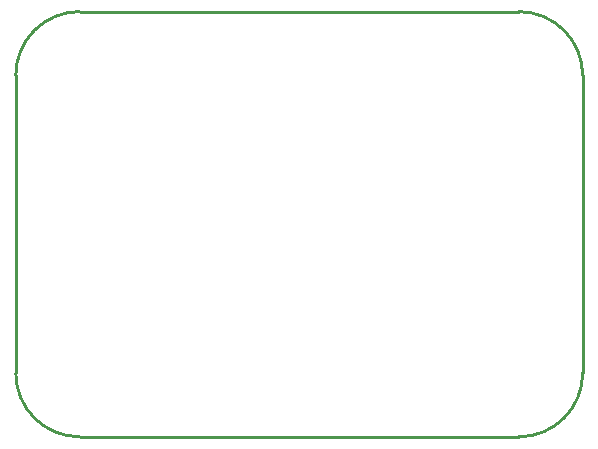
<source format=gko>
G04 Layer: BoardOutline*
G04 EasyEDA v6.4.21, 2021-08-31T18:03:31+03:00*
G04 b95053f86dca452894c47d8f443744e6,e35e2ce9ff7a437f96666ecb9555ba6e,10*
G04 Gerber Generator version 0.2*
G04 Scale: 100 percent, Rotated: No, Reflected: No *
G04 Dimensions in millimeters *
G04 leading zeros omitted , absolute positions ,4 integer and 5 decimal *
%FSLAX45Y45*%
%MOMM*%

%ADD10C,0.2540*%
D10*
X700001Y1839998D02*
G01*
X700001Y4359998D01*
X4960000Y1299999D02*
G01*
X1240000Y1299999D01*
X5499999Y4359998D02*
G01*
X5499999Y1839998D01*
X1240000Y4900000D02*
G01*
X4960000Y4900000D01*
G75*
G01*
X700001Y4359999D02*
G02*
X1240000Y4900000I539999J2D01*
G75*
G01*
X1240000Y1300000D02*
G02*
X700001Y1839999I0J539999D01*
G75*
G01*
X5499999Y1839999D02*
G02*
X4960000Y1300000I-539999J0D01*
G75*
G01*
X4960000Y4900000D02*
G02*
X5499999Y4359999I0J-539999D01*

%LPD*%
M02*

</source>
